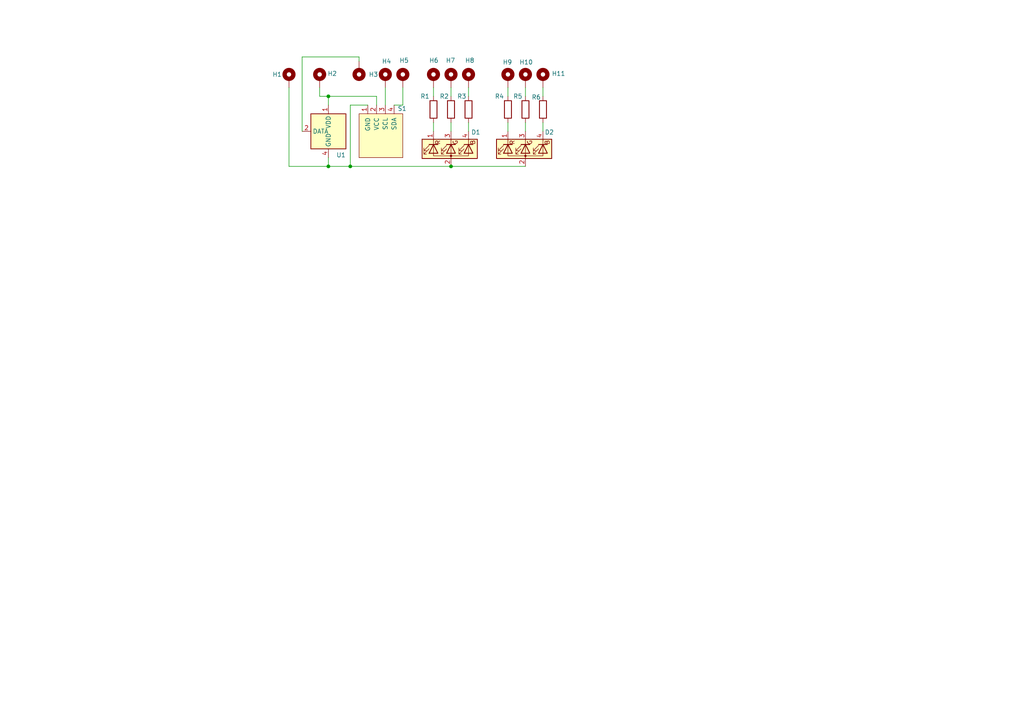
<source format=kicad_sch>
(kicad_sch (version 20250114) (generator "eeschema") (generator_version "9.0")
  (paper "A4")
  (lib_symbols
    (symbol "Device:LED_RAGB" (pin_names (offset 0) (hide yes))
      (property "Reference" "D" (at 0 9.398 0))
      (property "Value" "LED_RAGB" (at 0 -8.89 0))
      (symbol "LED_RAGB_0_0"
        (text "R" (at -1.905 3.81 0) (effects (font (size 1.27 1.27))))
        (text "G" (at -1.905 -1.27 0) (effects (font (size 1.27 1.27))))
        (text "B" (at -1.905 -6.35 0) (effects (font (size 1.27 1.27))))
      )
      (symbol "LED_RAGB_0_1"
        (polyline (pts (xy -1.27 6.35) (xy -1.27 3.81)) (stroke (width 0.254)))
        (polyline (pts (xy -1.27 6.35) (xy -1.27 3.81) (xy -1.27 3.81)))
        (polyline (pts (xy -1.27 5.08) (xy -2.54 5.08)))
        (polyline (pts (xy -1.27 5.08) (xy 1.27 5.08)))
        (polyline (pts (xy -1.27 1.27) (xy -1.27 -1.27)) (stroke (width 0.254)))
        (polyline (pts (xy -1.27 1.27) (xy -1.27 -1.27) (xy -1.27 -1.27)))
        (polyline (pts (xy -1.27 0) (xy -2.54 0)))
        (polyline (pts (xy -1.27 -3.81) (xy -1.27 -6.35)) (stroke (width 0.254)))
        (polyline (pts (xy -1.27 -5.08) (xy -2.54 -5.08)))
        (polyline (pts (xy -1.27 -5.08) (xy 1.27 -5.08)))
        (polyline (pts (xy -1.016 6.35) (xy 0.508 7.874) (xy -0.254 7.874) (xy 0.508 7.874) (xy 0.508 7.112)))
        (polyline (pts (xy -1.016 1.27) (xy 0.508 2.794) (xy -0.254 2.794) (xy 0.508 2.794) (xy 0.508 2.032)))
        (polyline (pts (xy -1.016 -3.81) (xy 0.508 -2.286) (xy -0.254 -2.286) (xy 0.508 -2.286) (xy 0.508 -3.048)))
        (polyline (pts (xy 0 6.35) (xy 1.524 7.874) (xy 0.762 7.874) (xy 1.524 7.874) (xy 1.524 7.112)))
        (polyline (pts (xy 0 1.27) (xy 1.524 2.794) (xy 0.762 2.794) (xy 1.524 2.794) (xy 1.524 2.032)))
        (polyline (pts (xy 0 -3.81) (xy 1.524 -2.286) (xy 0.762 -2.286) (xy 1.524 -2.286) (xy 1.524 -3.048)))
        (polyline (pts (xy 1.27 6.35) (xy 1.27 3.81) (xy -1.27 5.08) (xy 1.27 6.35)) (stroke (width 0.254)))
        (rectangle (start 1.27 6.35) (end 1.27 6.35))
        (rectangle (start 1.27 3.81) (end 1.27 6.35))
        (polyline (pts (xy 1.27 1.27) (xy 1.27 -1.27) (xy -1.27 0) (xy 1.27 1.27)) (stroke (width 0.254)))
        (rectangle (start 1.27 1.27) (end 1.27 1.27))
        (polyline (pts (xy 1.27 0) (xy -1.27 0)))
        (polyline (pts (xy 1.27 0) (xy 2.54 0)))
        (rectangle (start 1.27 -1.27) (end 1.27 1.27))
        (polyline (pts (xy 1.27 -3.81) (xy 1.27 -6.35) (xy -1.27 -5.08) (xy 1.27 -3.81)) (stroke (width 0.254)))
        (polyline (pts (xy 1.27 -5.08) (xy 2.032 -5.08) (xy 2.032 5.08) (xy 1.27 5.08)))
        (circle (center 2.032 0) (radius 0.254) (fill (type outline)))
        (rectangle (start 2.794 8.382) (end -2.794 -7.62) (stroke (width 0.254)) (fill (type background)))
      )
      (symbol "LED_RAGB_1_1"
        (pin passive line (at -5.08 5.08 0) (length 2.54) (name "RK") (number "1"))
        (pin passive line (at -5.08 0 0) (length 2.54) (name "GK") (number "3"))
        (pin passive line (at -5.08 -5.08 0) (length 2.54) (name "BK") (number "4"))
        (pin passive line (at 5.08 0 180) (length 2.54) (name "A") (number "2"))
      )
    )
    (symbol "Device:R" (pin_numbers (hide yes)) (pin_names (offset 0))
      (property "Reference" "R" (at 2.032 0 90))
      (property "Value" "R" (at 0 0 90))
      (symbol "R_0_1"
        (rectangle (start -1.016 -2.54) (end 1.016 2.54) (stroke (width 0.254)))
      )
      (symbol "R_1_1"
        (pin passive line (at 0 3.81 270) (length 1.27) (name "~") (number "1"))
        (pin passive line (at 0 -3.81 90) (length 1.27) (name "~") (number "2"))
      )
    )
    (symbol "Mechanical:MountingHole_Pad" (pin_numbers (hide yes)) (pin_names (offset 1.016) (hide yes)) (exclude_from_sim yes) (in_bom no)
      (property "Reference" "H" (at 0 6.35 0))
      (property "Value" "MountingHole_Pad" (at 0 4.445 0))
      (symbol "MountingHole_Pad_0_1"
        (circle (center 0 1.27) (radius 1.27) (stroke (width 1.27)))
      )
      (symbol "MountingHole_Pad_1_1"
        (pin input line (at 0 -2.54 90) (length 2.54) (name "1") (number "1"))
      )
    )
    (symbol "SSD1306-128x64_OLED:SSD1306" (pin_names (offset 1.016))
      (property "Reference" "Brd" (at 0 -3.81 0))
      (property "Value" "SSD1306" (at 0 -1.27 0))
      (symbol "SSD1306_0_1"
        (rectangle (start -6.35 6.35) (end 6.35 -6.35) (fill (type background)))
      )
      (symbol "SSD1306_1_1"
        (pin input line (at -3.81 8.89 270) (length 2.54) (name "GND") (number "1"))
        (pin input line (at -1.27 8.89 270) (length 2.54) (name "VCC") (number "2"))
        (pin input line (at 1.27 8.89 270) (length 2.54) (name "SCL") (number "3"))
        (pin input line (at 3.81 8.89 270) (length 2.54) (name "SDA") (number "4"))
      )
    )
    (symbol "Sensor:DHT11"
      (property "Reference" "U" (at -3.81 6.35 0))
      (property "Value" "DHT11" (at 3.81 6.35 0))
      (symbol "DHT11_0_1"
        (rectangle (start -5.08 5.08) (end 5.08 -5.08) (stroke (width 0.254)) (fill (type background)))
      )
      (symbol "DHT11_1_1"
        (pin no_connect line (at -5.08 0 0) (length 2.54) (hide yes) (name "NC") (number "3"))
        (pin power_in line (at 0 7.62 270) (length 2.54) (name "VDD") (number "1"))
        (pin power_in line (at 0 -7.62 90) (length 2.54) (name "GND") (number "4"))
        (pin bidirectional line (at 7.62 0 180) (length 2.54) (name "DATA") (number "2"))
      )
    )
  )
  (junction (at 95.25 48.26))
  (junction (at 130.81 48.26))
  (junction (at 95.25 27.94))
  (junction (at 101.6 48.26))
  (wire (pts (xy 109.22 27.94) (xy 109.22 30.48)))
  (wire (pts (xy 92.71 25.4) (xy 92.71 27.94)))
  (wire (pts (xy 125.73 25.4) (xy 125.73 27.94)))
  (wire (pts (xy 157.48 35.56) (xy 157.48 38.1)))
  (wire (pts (xy 87.63 38.1) (xy 87.63 16.51)))
  (wire (pts (xy 135.89 25.4) (xy 135.89 27.94)))
  (wire (pts (xy 135.89 35.56) (xy 135.89 38.1)))
  (wire (pts (xy 104.14 16.51) (xy 104.14 17.78)))
  (wire (pts (xy 95.25 30.48) (xy 95.25 27.94)))
  (wire (pts (xy 116.84 30.48) (xy 114.3 30.48)))
  (wire (pts (xy 147.32 35.56) (xy 147.32 38.1)))
  (wire (pts (xy 130.81 35.56) (xy 130.81 38.1)))
  (wire (pts (xy 125.73 35.56) (xy 125.73 38.1)))
  (wire (pts (xy 101.6 30.48) (xy 106.68 30.48)))
  (wire (pts (xy 95.25 45.72) (xy 95.25 48.26)))
  (wire (pts (xy 92.71 27.94) (xy 95.25 27.94)))
  (wire (pts (xy 130.81 25.4) (xy 130.81 27.94)))
  (wire (pts (xy 130.81 48.26) (xy 152.4 48.26)))
  (wire (pts (xy 83.82 25.4) (xy 83.82 48.26)))
  (wire (pts (xy 147.32 25.4) (xy 147.32 27.94)))
  (wire (pts (xy 152.4 35.56) (xy 152.4 38.1)))
  (wire (pts (xy 116.84 25.4) (xy 116.84 30.48)))
  (wire (pts (xy 101.6 30.48) (xy 101.6 48.26)))
  (wire (pts (xy 130.81 48.26) (xy 101.6 48.26)))
  (wire (pts (xy 157.48 25.4) (xy 157.48 27.94)))
  (wire (pts (xy 83.82 48.26) (xy 95.25 48.26)))
  (wire (pts (xy 87.63 16.51) (xy 104.14 16.51)))
  (wire (pts (xy 95.25 48.26) (xy 101.6 48.26)))
  (wire (pts (xy 95.25 27.94) (xy 109.22 27.94)))
  (wire (pts (xy 152.4 25.4) (xy 152.4 27.94)))
  (wire (pts (xy 111.76 25.4) (xy 111.76 30.48)))
  (symbol (lib_id "Mechanical:MountingHole_Pad") (at 152.4 22.86 0) (unit 1) (exclude_from_sim yes) (in_bom no)
    (property "Reference" "H10" (at 150.622 18.034 0) (effects (justify left)))
    (property "Value" "MountingHole_Pad" (effects (hide yes)))
    (property "Footprint" "MountingHole:MountingHole_3.5mm_Pad" (effects (hide yes)))
    (property "Description" "Mounting Hole with connection" (effects (hide yes)))
  )
  (symbol (lib_id "Device:LED_RAGB") (at 130.81 43.18 90) (mirror x) (unit 1)
    (property "Reference" "D1" (at 136.652 38.354 90) (effects (justify right)))
    (property "Value" "LED_RAGB" (effects (hide yes)))
    (property "Footprint" "LED_THT:LED_D5.0mm-4_RGB" (effects (hide yes)))
    (property "Description" "RGB LED, red/anode/green/blue" (effects (hide yes)))
  )
  (symbol (lib_id "Device:LED_RAGB") (at 152.4 43.18 90) (mirror x) (unit 1)
    (property "Reference" "D2" (at 157.988 38.354 90) (effects (justify right)))
    (property "Value" "LED_RAGB" (effects (hide yes)))
    (property "Footprint" "LED_THT:LED_D5.0mm-4_RGB" (effects (hide yes)))
    (property "Description" "RGB LED, red/anode/green/blue" (effects (hide yes)))
  )
  (symbol (lib_id "Mechanical:MountingHole_Pad") (at 147.32 22.86 0) (unit 1) (exclude_from_sim yes) (in_bom no)
    (property "Reference" "H9" (at 145.796 18.034 0) (effects (justify left)))
    (property "Value" "MountingHole_Pad" (effects (hide yes)))
    (property "Footprint" "MountingHole:MountingHole_3.5mm_Pad" (effects (hide yes)))
    (property "Description" "Mounting Hole with connection" (effects (hide yes)))
  )
  (symbol (lib_id "SSD1306-128x64_OLED:SSD1306") (at 110.49 39.37 0) (unit 1)
    (property "Reference" "S1" (at 115.316 31.496 0) (effects (justify left)))
    (property "Value" "SSD1306" (effects (hide yes)))
    (property "Footprint" "Display_7Segment:Adafruit_SSD1306 0.96 12c" (effects (hide yes)))
    (property "Description" "SSD1306 OLED" (effects (hide yes)))
  )
  (symbol (lib_id "Mechanical:MountingHole_Pad") (at 83.82 22.86 0) (unit 1) (exclude_from_sim yes) (in_bom no)
    (property "Reference" "H1" (at 78.994 21.59 0) (effects (justify left)))
    (property "Value" "MountingHole_Pad" (effects (hide yes)))
    (property "Footprint" "MountingHole:MountingHole_3.5mm_Pad" (effects (hide yes)))
    (property "Description" "Mounting Hole with connection" (effects (hide yes)))
  )
  (symbol (lib_id "Device:R") (at 130.81 31.75 0) (unit 1)
    (property "Reference" "R2" (at 127.508 27.94 0) (effects (justify left)))
    (property "Value" "220" (effects (hide yes)))
    (property "Footprint" "Resistor_THT:R_Axial_DIN0204_L3.6mm_D1.6mm_P5.08mm_Horizontal" (effects (hide yes)))
    (property "Description" "Resistor" (effects (hide yes)))
  )
  (symbol (lib_id "Device:R") (at 135.89 31.75 0) (unit 1)
    (property "Reference" "R3" (at 132.588 27.94 0) (effects (justify left)))
    (property "Value" "220" (effects (hide yes)))
    (property "Footprint" "Resistor_THT:R_Axial_DIN0204_L3.6mm_D1.6mm_P5.08mm_Horizontal" (effects (hide yes)))
    (property "Description" "Resistor" (effects (hide yes)))
  )
  (symbol (lib_id "Mechanical:MountingHole_Pad") (at 130.81 22.86 0) (unit 1) (exclude_from_sim yes) (in_bom no)
    (property "Reference" "H7" (at 129.286 17.526 0) (effects (justify left)))
    (property "Value" "MountingHole_Pad" (effects (hide yes)))
    (property "Footprint" "MountingHole:MountingHole_3.5mm_Pad" (effects (hide yes)))
    (property "Description" "Mounting Hole with connection" (effects (hide yes)))
  )
  (symbol (lib_id "Device:R") (at 157.48 31.75 0) (unit 1)
    (property "Reference" "R6" (at 154.178 28.194 0) (effects (justify left)))
    (property "Value" "220" (effects (hide yes)))
    (property "Footprint" "Resistor_THT:R_Axial_DIN0204_L3.6mm_D1.6mm_P5.08mm_Horizontal" (effects (hide yes)))
    (property "Description" "Resistor" (effects (hide yes)))
  )
  (symbol (lib_id "Mechanical:MountingHole_Pad") (at 92.71 22.86 0) (unit 1) (exclude_from_sim yes) (in_bom no)
    (property "Reference" "H2" (at 94.996 21.336 0) (effects (justify left)))
    (property "Value" "MountingHole_Pad" (effects (hide yes)))
    (property "Footprint" "MountingHole:MountingHole_3.5mm_Pad" (effects (hide yes)))
    (property "Description" "Mounting Hole with connection" (effects (hide yes)))
  )
  (symbol (lib_id "Mechanical:MountingHole_Pad") (at 135.89 22.86 0) (unit 1) (exclude_from_sim yes) (in_bom no)
    (property "Reference" "H8" (at 134.874 17.526 0) (effects (justify left)))
    (property "Value" "MountingHole_Pad" (effects (hide yes)))
    (property "Footprint" "MountingHole:MountingHole_3.5mm_Pad" (effects (hide yes)))
    (property "Description" "Mounting Hole with connection" (effects (hide yes)))
  )
  (symbol (lib_id "Mechanical:MountingHole_Pad") (at 116.84 22.86 0) (unit 1) (exclude_from_sim yes) (in_bom no)
    (property "Reference" "H5" (at 115.824 17.526 0) (effects (justify left)))
    (property "Value" "MountingHole_Pad" (effects (hide yes)))
    (property "Footprint" "MountingHole:MountingHole_3.5mm_Pad" (effects (hide yes)))
    (property "Description" "Mounting Hole with connection" (effects (hide yes)))
  )
  (symbol (lib_id "Mechanical:MountingHole_Pad") (at 104.14 20.32 0) (mirror x) (unit 1) (exclude_from_sim yes) (in_bom no)
    (property "Reference" "H3" (at 106.934 21.59 0) (effects (justify left)))
    (property "Value" "MountingHole_Pad" (effects (hide yes)))
    (property "Footprint" "MountingHole:MountingHole_3.5mm_Pad" (effects (hide yes)))
    (property "Description" "Mounting Hole with connection" (effects (hide yes)))
  )
  (symbol (lib_id "Mechanical:MountingHole_Pad") (at 157.48 22.86 0) (unit 1) (exclude_from_sim yes) (in_bom no)
    (property "Reference" "H11" (at 160.02 21.336 0) (effects (justify left)))
    (property "Value" "MountingHole_Pad" (effects (hide yes)))
    (property "Footprint" "MountingHole:MountingHole_3.5mm_Pad" (effects (hide yes)))
    (property "Description" "Mounting Hole with connection" (effects (hide yes)))
  )
  (symbol (lib_id "Device:R") (at 152.4 31.75 0) (unit 1)
    (property "Reference" "R5" (at 148.844 27.94 0) (effects (justify left)))
    (property "Value" "220" (effects (hide yes)))
    (property "Footprint" "Resistor_THT:R_Axial_DIN0204_L3.6mm_D1.6mm_P5.08mm_Horizontal" (effects (hide yes)))
    (property "Description" "Resistor" (effects (hide yes)))
  )
  (symbol (lib_id "Device:R") (at 147.32 31.75 0) (unit 1)
    (property "Reference" "R4" (at 143.51 27.94 0) (effects (justify left)))
    (property "Value" "220" (effects (hide yes)))
    (property "Footprint" "Resistor_THT:R_Axial_DIN0204_L3.6mm_D1.6mm_P5.08mm_Horizontal" (effects (hide yes)))
    (property "Description" "Resistor" (effects (hide yes)))
  )
  (symbol (lib_id "Sensor:DHT11") (at 95.25 38.1 0) (mirror y) (unit 1)
    (property "Reference" "U1" (at 97.536 44.958 0) (effects (justify right)))
    (property "Value" "DHT11" (effects (hide yes)))
    (property "Footprint" "Sensor:Aosong_DHT11_5.5x12.0_P2.54mm" (effects (hide yes)))
    (property "Datasheet" "http://akizukidenshi.com/download/ds/aosong/DHT11.pdf" (effects (hide yes)))
    (property "Description" "3.3V to 5.5V, temperature and humidity module, DHT11" (effects (hide yes)))
  )
  (symbol (lib_id "Device:R") (at 125.73 31.75 0) (unit 1)
    (property "Reference" "R1" (at 121.92 27.94 0) (effects (justify left)))
    (property "Value" "220" (effects (hide yes)))
    (property "Footprint" "Resistor_THT:R_Axial_DIN0204_L3.6mm_D1.6mm_P5.08mm_Horizontal" (effects (hide yes)))
    (property "Description" "Resistor" (effects (hide yes)))
  )
  (symbol (lib_id "Mechanical:MountingHole_Pad") (at 125.73 22.86 0) (unit 1) (exclude_from_sim yes) (in_bom no)
    (property "Reference" "H6" (at 124.46 17.526 0) (effects (justify left)))
    (property "Value" "MountingHole_Pad" (effects (hide yes)))
    (property "Footprint" "MountingHole:MountingHole_3.5mm_Pad" (effects (hide yes)))
    (property "Description" "Mounting Hole with connection" (effects (hide yes)))
  )
  (symbol (lib_id "Mechanical:MountingHole_Pad") (at 111.76 22.86 0) (unit 1) (exclude_from_sim yes) (in_bom no)
    (property "Reference" "H4" (at 110.744 17.78 0) (effects (justify left)))
    (property "Value" "MountingHole_Pad" (effects (hide yes)))
    (property "Footprint" "MountingHole:MountingHole_3.5mm_Pad" (effects (hide yes)))
    (property "Description" "Mounting Hole with connection" (effects (hide yes)))
  )
)
</source>
